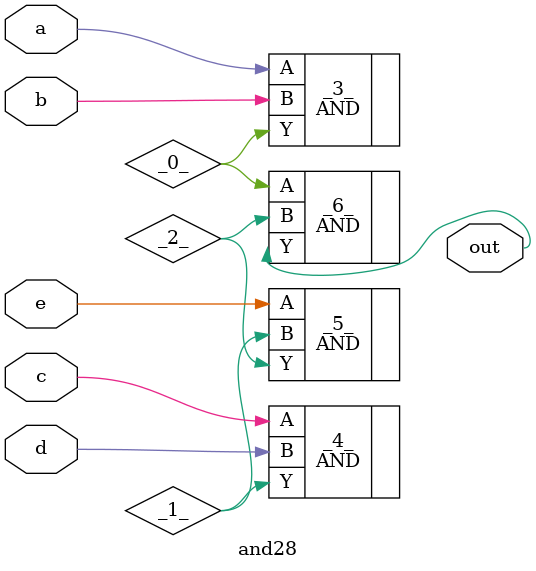
<source format=v>
/* Generated by Yosys 0.41+83 (git sha1 7045cf509, x86_64-w64-mingw32-g++ 13.2.1 -Os) */

/* cells_not_processed =  1  */
/* src = "and28.v:3.1-14.10" */
module and28(a, b, c, d, e, out);
  wire _0_;
  wire _1_;
  wire _2_;
  /* src = "and28.v:4.9-4.10" */
  input a;
  wire a;
  /* src = "and28.v:5.9-5.10" */
  input b;
  wire b;
  /* src = "and28.v:6.9-6.10" */
  input c;
  wire c;
  /* src = "and28.v:7.9-7.10" */
  input d;
  wire d;
  /* src = "and28.v:8.9-8.10" */
  input e;
  wire e;
  /* src = "and28.v:9.10-9.13" */
  output out;
  wire out;
  AND _3_ (
    .A(a),
    .B(b),
    .Y(_0_)
  );
  AND _4_ (
    .A(c),
    .B(d),
    .Y(_1_)
  );
  AND _5_ (
    .A(e),
    .B(_1_),
    .Y(_2_)
  );
  AND _6_ (
    .A(_0_),
    .B(_2_),
    .Y(out)
  );
endmodule

</source>
